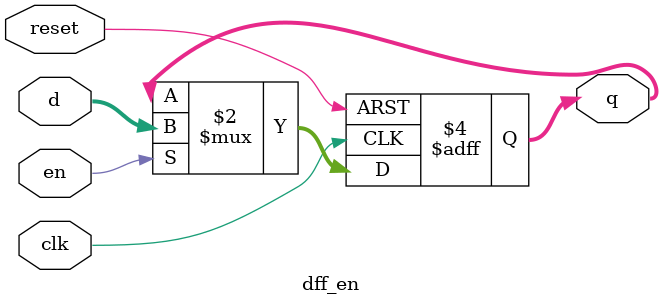
<source format=sv>
module dff_en #(parameter W = 8) (clk, reset, en, d, q);
	input logic clk, reset, en;
	input logic [W-1:0] d ;
	output logic [W-1:0] q ;

	always_ff @(posedge clk, posedge reset)
		if (reset) q <= 0;
		else if (en) q <= d;
endmodule 
</source>
